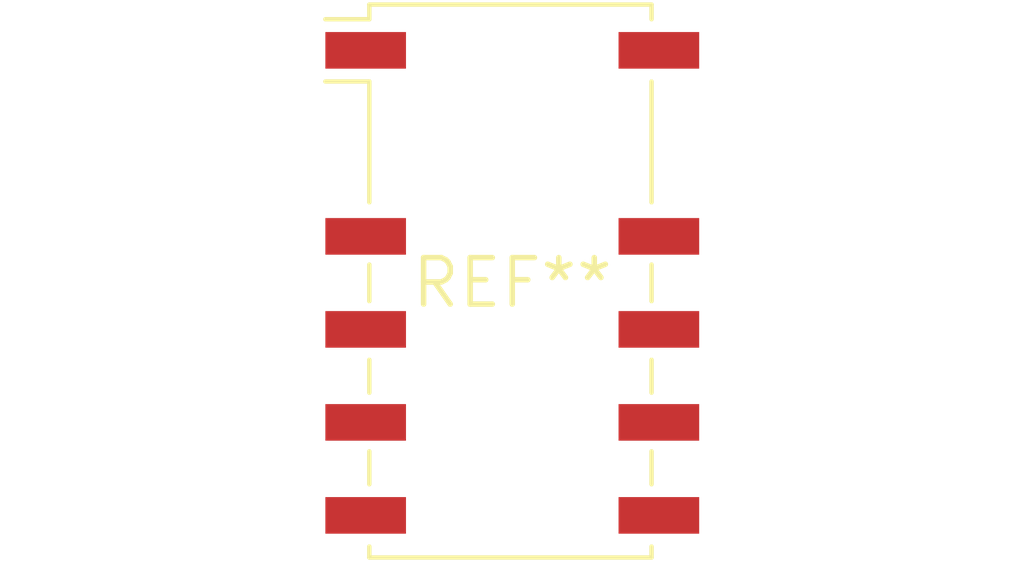
<source format=kicad_pcb>
(kicad_pcb (version 20240108) (generator pcbnew)
  (layers (0 "F.Cu" signal) (31 "B.Cu" signal) (34 "B.Paste" user) (35 "F.Paste" user) (36 "B.SilkS" user "B.Silkscreen") (37 "F.SilkS" user "F.Silkscreen") (38 "B.Mask" user) (39 "F.Mask" user) (44 "Edge.Cuts" user))
  (net 0 "")
  (footprint "Relay_DPDT_Omron_G6SK-2F" (layer "F.Cu") (at 0 0)
    (property "Reference" "REF**")
    (property "Value" "Relay_DPDT_Omron_G6SK-2F")
    (fp_line (start -5.1 -7.2) (end -3.9 -7.2) (layer "F.SilkS") (stroke (width 0.12)))
    (fp_line (start -3.9 -7.6) (end 3.8 -7.6) (layer "F.SilkS") (stroke (width 0.12)))
    (fp_line (start -3.9 -7.2) (end -3.9 -7.6) (layer "F.SilkS") (stroke (width 0.12)))
    (fp_line (start -3.9 -5.5) (end -5.1 -5.5) (layer "F.SilkS") (stroke (width 0.12)))
    (fp_line (start -3.9 -5.5) (end -3.9 -2.2) (layer "F.SilkS") (stroke (width 0.12)))
    (fp_line (start -3.9 -0.5) (end -3.9 0.5) (layer "F.SilkS") (stroke (width 0.12)))
    (fp_line (start -3.9 2.1) (end -3.9 3) (layer "F.SilkS") (stroke (width 0.12)))
    (fp_line (start -3.9 5.5) (end -3.9 4.6) (layer "F.SilkS") (stroke (width 0.12)))
    (fp_line (start -3.9 7.2) (end -3.9 7.5) (layer "F.SilkS") (stroke (width 0.12)))
    (fp_line (start -3.9 7.5) (end 3.8 7.5) (layer "F.SilkS") (stroke (width 0.12)))
    (fp_line (start 3.8 -7.6) (end 3.8 -7.2) (layer "F.SilkS") (stroke (width 0.12)))
    (fp_line (start 3.8 -5.5) (end 3.8 -2.2) (layer "F.SilkS") (stroke (width 0.12)))
    (fp_line (start 3.8 0.5) (end 3.8 -0.5) (layer "F.SilkS") (stroke (width 0.12)))
    (fp_line (start 3.8 3) (end 3.8 2.1) (layer "F.SilkS") (stroke (width 0.12)))
    (fp_line (start 3.8 4.6) (end 3.8 5.5) (layer "F.SilkS") (stroke (width 0.12)))
    (fp_line (start 3.8 7.5) (end 3.8 7.2) (layer "F.SilkS") (stroke (width 0.12)))
    (pad "1" smd rect (at -4 -6.35) (size 2.2 1) (layers "F.Cu" "F.Paste" "F.Mask"))
    (pad "3" smd rect (at -4 -1.27) (size 2.2 1) (layers "F.Cu" "F.Paste" "F.Mask"))
    (pad "4" smd rect (at -4 1.27) (size 2.2 1) (layers "F.Cu" "F.Paste" "F.Mask"))
    (pad "5" smd rect (at -4 3.81) (size 2.2 1) (layers "F.Cu" "F.Paste" "F.Mask"))
    (pad "6" smd rect (at -4 6.35) (size 2.2 1) (layers "F.Cu" "F.Paste" "F.Mask"))
    (pad "7" smd rect (at 4 6.35) (size 2.2 1) (layers "F.Cu" "F.Paste" "F.Mask"))
    (pad "8" smd rect (at 4 3.81) (size 2.2 1) (layers "F.Cu" "F.Paste" "F.Mask"))
    (pad "9" smd rect (at 4 1.27) (size 2.2 1) (layers "F.Cu" "F.Paste" "F.Mask"))
    (pad "10" smd rect (at 4 -1.27) (size 2.2 1) (layers "F.Cu" "F.Paste" "F.Mask"))
    (pad "12" smd rect (at 4 -6.35) (size 2.2 1) (layers "F.Cu" "F.Paste" "F.Mask"))
  )
)
</source>
